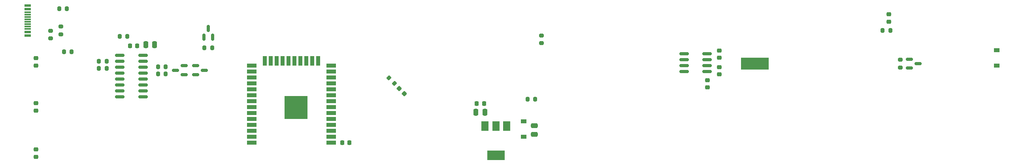
<source format=gbr>
%TF.GenerationSoftware,KiCad,Pcbnew,(6.0.1)*%
%TF.CreationDate,2022-01-22T16:32:06+01:00*%
%TF.ProjectId,MoBo and Touchbar,4d6f426f-2061-46e6-9420-546f75636862,rev?*%
%TF.SameCoordinates,Original*%
%TF.FileFunction,Paste,Top*%
%TF.FilePolarity,Positive*%
%FSLAX46Y46*%
G04 Gerber Fmt 4.6, Leading zero omitted, Abs format (unit mm)*
G04 Created by KiCad (PCBNEW (6.0.1)) date 2022-01-22 16:32:06*
%MOMM*%
%LPD*%
G01*
G04 APERTURE LIST*
G04 Aperture macros list*
%AMRoundRect*
0 Rectangle with rounded corners*
0 $1 Rounding radius*
0 $2 $3 $4 $5 $6 $7 $8 $9 X,Y pos of 4 corners*
0 Add a 4 corners polygon primitive as box body*
4,1,4,$2,$3,$4,$5,$6,$7,$8,$9,$2,$3,0*
0 Add four circle primitives for the rounded corners*
1,1,$1+$1,$2,$3*
1,1,$1+$1,$4,$5*
1,1,$1+$1,$6,$7*
1,1,$1+$1,$8,$9*
0 Add four rect primitives between the rounded corners*
20,1,$1+$1,$2,$3,$4,$5,0*
20,1,$1+$1,$4,$5,$6,$7,0*
20,1,$1+$1,$6,$7,$8,$9,0*
20,1,$1+$1,$8,$9,$2,$3,0*%
G04 Aperture macros list end*
%ADD10RoundRect,0.150000X-0.587500X-0.150000X0.587500X-0.150000X0.587500X0.150000X-0.587500X0.150000X0*%
%ADD11RoundRect,0.250000X-0.250000X-0.475000X0.250000X-0.475000X0.250000X0.475000X-0.250000X0.475000X0*%
%ADD12RoundRect,0.225000X0.250000X-0.225000X0.250000X0.225000X-0.250000X0.225000X-0.250000X-0.225000X0*%
%ADD13RoundRect,0.200000X-0.275000X0.200000X-0.275000X-0.200000X0.275000X-0.200000X0.275000X0.200000X0*%
%ADD14RoundRect,0.200000X-0.200000X-0.275000X0.200000X-0.275000X0.200000X0.275000X-0.200000X0.275000X0*%
%ADD15R,1.200000X0.900000*%
%ADD16R,1.500000X2.000000*%
%ADD17R,3.800000X2.000000*%
%ADD18RoundRect,0.225000X0.335876X0.017678X0.017678X0.335876X-0.335876X-0.017678X-0.017678X-0.335876X0*%
%ADD19RoundRect,0.200000X0.200000X0.275000X-0.200000X0.275000X-0.200000X-0.275000X0.200000X-0.275000X0*%
%ADD20RoundRect,0.150000X0.150000X-0.587500X0.150000X0.587500X-0.150000X0.587500X-0.150000X-0.587500X0*%
%ADD21RoundRect,0.225000X-0.250000X0.225000X-0.250000X-0.225000X0.250000X-0.225000X0.250000X0.225000X0*%
%ADD22R,6.000000X2.500000*%
%ADD23RoundRect,0.150000X0.825000X0.150000X-0.825000X0.150000X-0.825000X-0.150000X0.825000X-0.150000X0*%
%ADD24RoundRect,0.250000X0.250000X0.475000X-0.250000X0.475000X-0.250000X-0.475000X0.250000X-0.475000X0*%
%ADD25RoundRect,0.225000X0.225000X0.250000X-0.225000X0.250000X-0.225000X-0.250000X0.225000X-0.250000X0*%
%ADD26R,1.450000X0.600000*%
%ADD27R,1.450000X0.300000*%
%ADD28RoundRect,0.250000X0.475000X-0.250000X0.475000X0.250000X-0.475000X0.250000X-0.475000X-0.250000X0*%
%ADD29RoundRect,0.200000X0.275000X-0.200000X0.275000X0.200000X-0.275000X0.200000X-0.275000X-0.200000X0*%
%ADD30RoundRect,0.200000X-0.335876X-0.053033X-0.053033X-0.335876X0.335876X0.053033X0.053033X0.335876X0*%
%ADD31RoundRect,0.150000X-0.825000X-0.150000X0.825000X-0.150000X0.825000X0.150000X-0.825000X0.150000X0*%
%ADD32R,2.000000X0.900000*%
%ADD33R,0.900000X2.000000*%
%ADD34R,5.000000X5.000000*%
%ADD35RoundRect,0.150000X0.587500X0.150000X-0.587500X0.150000X-0.587500X-0.150000X0.587500X-0.150000X0*%
G04 APERTURE END LIST*
D10*
%TO.C,Q3*%
X42750500Y-15179000D03*
X42750500Y-17079000D03*
X44625500Y-16129000D03*
%TD*%
D11*
%TO.C,C13*%
X32070000Y-10668000D03*
X33970000Y-10668000D03*
%TD*%
D12*
%TO.C,C4*%
X8509000Y-15126000D03*
X8509000Y-13576000D03*
%TD*%
D13*
%TO.C,R1*%
X193675000Y-13907000D03*
X193675000Y-15557000D03*
%TD*%
D12*
%TO.C,C7*%
X191262000Y-5728000D03*
X191262000Y-4178000D03*
%TD*%
D14*
%TO.C,R15*%
X113856000Y-22352000D03*
X115506000Y-22352000D03*
%TD*%
%TO.C,R4*%
X13526000Y-2921000D03*
X15176000Y-2921000D03*
%TD*%
D15*
%TO.C,D1*%
X214376000Y-11812000D03*
X214376000Y-15112000D03*
%TD*%
D10*
%TO.C,Q1*%
X195658500Y-13782000D03*
X195658500Y-15682000D03*
X197533500Y-14732000D03*
%TD*%
D16*
%TO.C,U4*%
X109361000Y-28092000D03*
D17*
X107061000Y-34392000D03*
D16*
X107061000Y-28092000D03*
X104761000Y-28092000D03*
%TD*%
D14*
%TO.C,R5*%
X14542000Y-12192000D03*
X16192000Y-12192000D03*
%TD*%
D12*
%TO.C,C5*%
X8509000Y-24778000D03*
X8509000Y-23228000D03*
%TD*%
D14*
%TO.C,R17*%
X26480000Y-8890000D03*
X28130000Y-8890000D03*
%TD*%
D18*
%TO.C,C3*%
X87416008Y-21122008D03*
X86319992Y-20025992D03*
%TD*%
D19*
%TO.C,R10*%
X36321000Y-16967000D03*
X34671000Y-16967000D03*
%TD*%
D20*
%TO.C,Q4*%
X44516000Y-9065500D03*
X46416000Y-9065500D03*
X45466000Y-7190500D03*
%TD*%
D21*
%TO.C,C8*%
X154940000Y-15494000D03*
X154940000Y-17044000D03*
%TD*%
D22*
%TO.C,Y1*%
X162536000Y-14732000D03*
%TD*%
D23*
%TO.C,U3*%
X152335000Y-16383000D03*
X152335000Y-15113000D03*
X152335000Y-13843000D03*
X152335000Y-12573000D03*
X147385000Y-12573000D03*
X147385000Y-13843000D03*
X147385000Y-15113000D03*
X147385000Y-16383000D03*
%TD*%
D24*
%TO.C,C14*%
X104709000Y-25146000D03*
X102809000Y-25146000D03*
%TD*%
D25*
%TO.C,C16*%
X30239000Y-10922000D03*
X28689000Y-10922000D03*
%TD*%
D14*
%TO.C,R8*%
X22035000Y-14224000D03*
X23685000Y-14224000D03*
%TD*%
D12*
%TO.C,C6*%
X8509000Y-34684000D03*
X8509000Y-33134000D03*
%TD*%
%TO.C,C9*%
X154940000Y-13475000D03*
X154940000Y-11925000D03*
%TD*%
D26*
%TO.C,J7*%
X6785000Y-2250000D03*
X6785000Y-3050000D03*
D27*
X6785000Y-4250000D03*
X6785000Y-5250000D03*
X6785000Y-5750000D03*
X6785000Y-6750000D03*
D26*
X6785000Y-7950000D03*
X6785000Y-8750000D03*
X6785000Y-8750000D03*
X6785000Y-7950000D03*
D27*
X6785000Y-7250000D03*
X6785000Y-6250000D03*
X6785000Y-4750000D03*
X6785000Y-3750000D03*
D26*
X6785000Y-3050000D03*
X6785000Y-2250000D03*
%TD*%
D14*
%TO.C,R16*%
X44641000Y-11303000D03*
X46291000Y-11303000D03*
%TD*%
%TO.C,R9*%
X22035000Y-15748000D03*
X23685000Y-15748000D03*
%TD*%
D13*
%TO.C,R13*%
X116840000Y-8700000D03*
X116840000Y-10350000D03*
%TD*%
D28*
%TO.C,C2*%
X115316000Y-29906000D03*
X115316000Y-28006000D03*
%TD*%
D29*
%TO.C,R7*%
X11684000Y-9334000D03*
X11684000Y-7684000D03*
%TD*%
D14*
%TO.C,R3*%
X189929000Y-7620000D03*
X191579000Y-7620000D03*
%TD*%
D25*
%TO.C,C12*%
X104534000Y-23241000D03*
X102984000Y-23241000D03*
%TD*%
D19*
%TO.C,R11*%
X36321000Y-15367000D03*
X34671000Y-15367000D03*
%TD*%
D30*
%TO.C,R2*%
X84124800Y-17780000D03*
X85291526Y-18946726D03*
%TD*%
D25*
%TO.C,C1*%
X75705000Y-31623000D03*
X74155000Y-31623000D03*
%TD*%
D31*
%TO.C,U5*%
X26525000Y-12955000D03*
X26525000Y-14225000D03*
X26525000Y-15495000D03*
X26525000Y-16765000D03*
X26525000Y-18035000D03*
X26525000Y-19305000D03*
X26525000Y-20575000D03*
X26525000Y-21845000D03*
X31475000Y-21845000D03*
X31475000Y-20575000D03*
X31475000Y-19305000D03*
X31475000Y-18035000D03*
X31475000Y-16765000D03*
X31475000Y-15495000D03*
X31475000Y-14225000D03*
X31475000Y-12955000D03*
%TD*%
D32*
%TO.C,U1*%
X71746000Y-31623000D03*
X71746000Y-30353000D03*
X71746000Y-29083000D03*
X71746000Y-27813000D03*
X71746000Y-26543000D03*
X71746000Y-25273000D03*
X71746000Y-24003000D03*
X71746000Y-22733000D03*
X71746000Y-21463000D03*
X71746000Y-20193000D03*
X71746000Y-18923000D03*
X71746000Y-17653000D03*
X71746000Y-16383000D03*
X71746000Y-15113000D03*
D33*
X68961000Y-14113000D03*
X67691000Y-14113000D03*
X66421000Y-14113000D03*
X65151000Y-14113000D03*
X63881000Y-14113000D03*
X62611000Y-14113000D03*
X61341000Y-14113000D03*
X60071000Y-14113000D03*
X58801000Y-14113000D03*
X57531000Y-14113000D03*
D32*
X54746000Y-15113000D03*
X54746000Y-16383000D03*
X54746000Y-17653000D03*
X54746000Y-18923000D03*
X54746000Y-20193000D03*
X54746000Y-21463000D03*
X54746000Y-22733000D03*
X54746000Y-24003000D03*
X54746000Y-25273000D03*
X54746000Y-26543000D03*
X54746000Y-27813000D03*
X54746000Y-29083000D03*
X54746000Y-30353000D03*
X54746000Y-31623000D03*
D34*
X64246000Y-24123000D03*
%TD*%
D13*
%TO.C,R6*%
X13843000Y-6795000D03*
X13843000Y-8445000D03*
%TD*%
D21*
%TO.C,C18*%
X152400000Y-18275000D03*
X152400000Y-19825000D03*
%TD*%
D15*
%TO.C,D2*%
X113030000Y-30352000D03*
X113030000Y-27052000D03*
%TD*%
D35*
%TO.C,Q2*%
X40307500Y-17079000D03*
X40307500Y-15179000D03*
X38432500Y-16129000D03*
%TD*%
M02*

</source>
